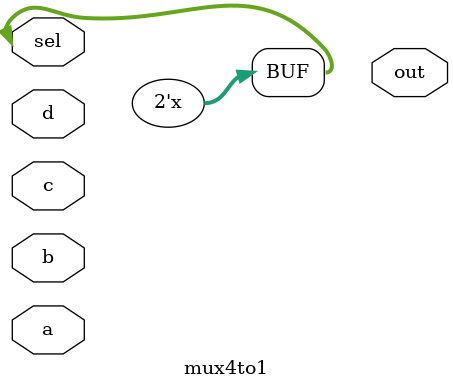
<source format=v>
/* 4 to 1 multiplexer module (mux4to1.v) outputs the corresponding signal based on the selection signal received. 
*/

module mux4to1(a, b, c, d, out, sel);
	input a, b, c, d;
	input [1:0] sel;
	output out;
	reg out;
	always @ (a or b or c or d or sel)
	begin
		case(sel)
			0: sel = a;
			1: sel = b;
			2: sel = c;
			3: sel = d;
			`ifdef DEBUG
				default: $display("Debug msg: there was an error triggered in the program.");
			`endif
		endcase
	end
endmodule

</source>
